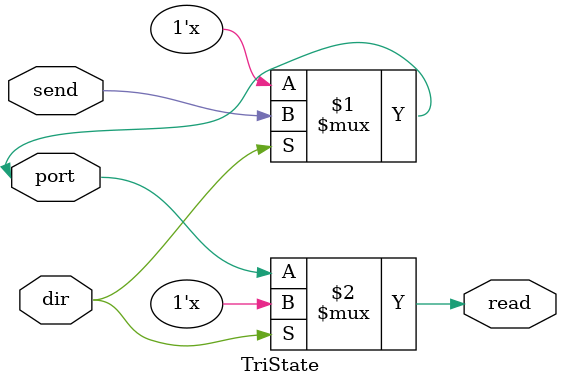
<source format=v>
/**
* This module implements a tri-state buffer, which can assume one of three output states: high (1),
*  low (0), or high-impedance (Z), depending on the control signal `dir`.
*
* Usage:
*   - Connect `port` to the desired signal bus.
*   - Set `dir` to 1 to enable data flow from `send` to `port`.
*   - Set `dir` to 0 to place `port` in a high-impedance state (Z) and read data from `port`
*     using `read`.
*
* Source: https://www.youtube.com/watch?v=BkTYD7kujTk&list=PLZ8dBTV2_5HT0Gm24XcJcx43YMWRbDlxW&index=11&pp=iAQB
*
* NOTE: Minor modifications were made to the original code to suit the targeted problem and for
* better understanding of the working group.
*/

module TriState (
    inout  wire port,
    input  wire dir,
    input  wire send,
    output wire read
);

  assign port = dir ? send : 1'bZ;
  assign read = dir ? 1'bZ : port;

endmodule
</source>
